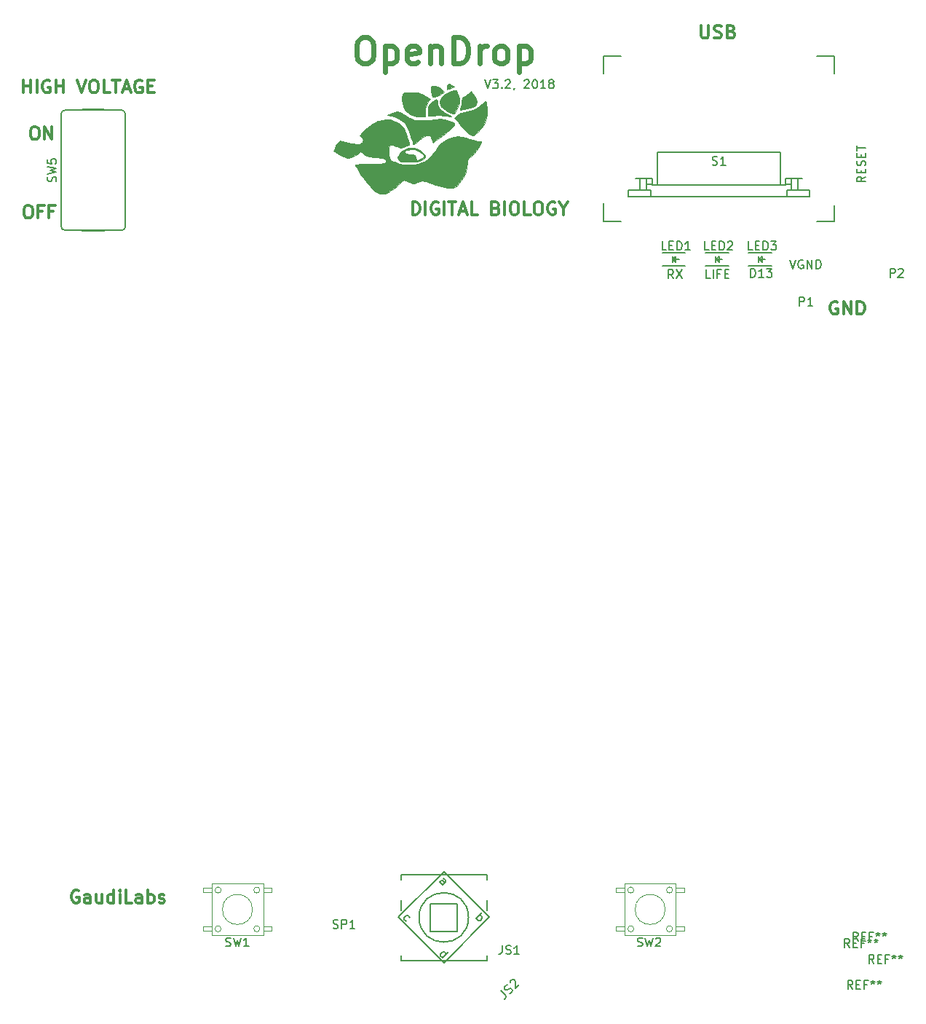
<source format=gbr>
G04 #@! TF.FileFunction,Legend,Top*
%FSLAX46Y46*%
G04 Gerber Fmt 4.6, Leading zero omitted, Abs format (unit mm)*
G04 Created by KiCad (PCBNEW 4.0.7-e2-6376~58~ubuntu16.04.1) date Sat Jul 28 16:41:28 2018*
%MOMM*%
%LPD*%
G01*
G04 APERTURE LIST*
%ADD10C,0.100000*%
%ADD11C,0.150000*%
%ADD12C,0.200000*%
%ADD13C,0.300000*%
%ADD14C,0.600000*%
%ADD15C,0.010000*%
%ADD16C,0.050000*%
%ADD17C,0.152400*%
G04 APERTURE END LIST*
D10*
D11*
X149042381Y-50814381D02*
X148566190Y-51147715D01*
X149042381Y-51385810D02*
X148042381Y-51385810D01*
X148042381Y-51004857D01*
X148090000Y-50909619D01*
X148137619Y-50862000D01*
X148232857Y-50814381D01*
X148375714Y-50814381D01*
X148470952Y-50862000D01*
X148518571Y-50909619D01*
X148566190Y-51004857D01*
X148566190Y-51385810D01*
X148518571Y-50385810D02*
X148518571Y-50052476D01*
X149042381Y-49909619D02*
X149042381Y-50385810D01*
X148042381Y-50385810D01*
X148042381Y-49909619D01*
X148994762Y-49528667D02*
X149042381Y-49385810D01*
X149042381Y-49147714D01*
X148994762Y-49052476D01*
X148947143Y-49004857D01*
X148851905Y-48957238D01*
X148756667Y-48957238D01*
X148661429Y-49004857D01*
X148613810Y-49052476D01*
X148566190Y-49147714D01*
X148518571Y-49338191D01*
X148470952Y-49433429D01*
X148423333Y-49481048D01*
X148328095Y-49528667D01*
X148232857Y-49528667D01*
X148137619Y-49481048D01*
X148090000Y-49433429D01*
X148042381Y-49338191D01*
X148042381Y-49100095D01*
X148090000Y-48957238D01*
X148518571Y-48528667D02*
X148518571Y-48195333D01*
X149042381Y-48052476D02*
X149042381Y-48528667D01*
X148042381Y-48528667D01*
X148042381Y-48052476D01*
X148042381Y-47766762D02*
X148042381Y-47195333D01*
X149042381Y-47481048D02*
X148042381Y-47481048D01*
D12*
X140255857Y-60498381D02*
X140589190Y-61498381D01*
X140922524Y-60498381D01*
X141779667Y-60546000D02*
X141684429Y-60498381D01*
X141541572Y-60498381D01*
X141398714Y-60546000D01*
X141303476Y-60641238D01*
X141255857Y-60736476D01*
X141208238Y-60926952D01*
X141208238Y-61069810D01*
X141255857Y-61260286D01*
X141303476Y-61355524D01*
X141398714Y-61450762D01*
X141541572Y-61498381D01*
X141636810Y-61498381D01*
X141779667Y-61450762D01*
X141827286Y-61403143D01*
X141827286Y-61069810D01*
X141636810Y-61069810D01*
X142255857Y-61498381D02*
X142255857Y-60498381D01*
X142827286Y-61498381D01*
X142827286Y-60498381D01*
X143303476Y-61498381D02*
X143303476Y-60498381D01*
X143541571Y-60498381D01*
X143684429Y-60546000D01*
X143779667Y-60641238D01*
X143827286Y-60736476D01*
X143874905Y-60926952D01*
X143874905Y-61069810D01*
X143827286Y-61260286D01*
X143779667Y-61355524D01*
X143684429Y-61450762D01*
X143541571Y-61498381D01*
X143303476Y-61498381D01*
X135691714Y-62514381D02*
X135691714Y-61514381D01*
X135929809Y-61514381D01*
X136072667Y-61562000D01*
X136167905Y-61657238D01*
X136215524Y-61752476D01*
X136263143Y-61942952D01*
X136263143Y-62085810D01*
X136215524Y-62276286D01*
X136167905Y-62371524D01*
X136072667Y-62466762D01*
X135929809Y-62514381D01*
X135691714Y-62514381D01*
X137215524Y-62514381D02*
X136644095Y-62514381D01*
X136929809Y-62514381D02*
X136929809Y-61514381D01*
X136834571Y-61657238D01*
X136739333Y-61752476D01*
X136644095Y-61800095D01*
X137548857Y-61514381D02*
X138167905Y-61514381D01*
X137834571Y-61895333D01*
X137977429Y-61895333D01*
X138072667Y-61942952D01*
X138120286Y-61990571D01*
X138167905Y-62085810D01*
X138167905Y-62323905D01*
X138120286Y-62419143D01*
X138072667Y-62466762D01*
X137977429Y-62514381D01*
X137691714Y-62514381D01*
X137596476Y-62466762D01*
X137548857Y-62419143D01*
X131016477Y-62641381D02*
X130540286Y-62641381D01*
X130540286Y-61641381D01*
X131349810Y-62641381D02*
X131349810Y-61641381D01*
X132159334Y-62117571D02*
X131826000Y-62117571D01*
X131826000Y-62641381D02*
X131826000Y-61641381D01*
X132302191Y-61641381D01*
X132683143Y-62117571D02*
X133016477Y-62117571D01*
X133159334Y-62641381D02*
X132683143Y-62641381D01*
X132683143Y-61641381D01*
X133159334Y-61641381D01*
D13*
X129933143Y-33214571D02*
X129933143Y-34428857D01*
X130004571Y-34571714D01*
X130076000Y-34643143D01*
X130218857Y-34714571D01*
X130504571Y-34714571D01*
X130647429Y-34643143D01*
X130718857Y-34571714D01*
X130790286Y-34428857D01*
X130790286Y-33214571D01*
X131433143Y-34643143D02*
X131647429Y-34714571D01*
X132004572Y-34714571D01*
X132147429Y-34643143D01*
X132218858Y-34571714D01*
X132290286Y-34428857D01*
X132290286Y-34286000D01*
X132218858Y-34143143D01*
X132147429Y-34071714D01*
X132004572Y-34000286D01*
X131718858Y-33928857D01*
X131576000Y-33857429D01*
X131504572Y-33786000D01*
X131433143Y-33643143D01*
X131433143Y-33500286D01*
X131504572Y-33357429D01*
X131576000Y-33286000D01*
X131718858Y-33214571D01*
X132076000Y-33214571D01*
X132290286Y-33286000D01*
X133433143Y-33928857D02*
X133647429Y-34000286D01*
X133718857Y-34071714D01*
X133790286Y-34214571D01*
X133790286Y-34428857D01*
X133718857Y-34571714D01*
X133647429Y-34643143D01*
X133504571Y-34714571D01*
X132933143Y-34714571D01*
X132933143Y-33214571D01*
X133433143Y-33214571D01*
X133576000Y-33286000D01*
X133647429Y-33357429D01*
X133718857Y-33500286D01*
X133718857Y-33643143D01*
X133647429Y-33786000D01*
X133576000Y-33857429D01*
X133433143Y-33928857D01*
X132933143Y-33928857D01*
X57531571Y-133829000D02*
X57388714Y-133757571D01*
X57174428Y-133757571D01*
X56960143Y-133829000D01*
X56817285Y-133971857D01*
X56745857Y-134114714D01*
X56674428Y-134400429D01*
X56674428Y-134614714D01*
X56745857Y-134900429D01*
X56817285Y-135043286D01*
X56960143Y-135186143D01*
X57174428Y-135257571D01*
X57317285Y-135257571D01*
X57531571Y-135186143D01*
X57603000Y-135114714D01*
X57603000Y-134614714D01*
X57317285Y-134614714D01*
X58888714Y-135257571D02*
X58888714Y-134471857D01*
X58817285Y-134329000D01*
X58674428Y-134257571D01*
X58388714Y-134257571D01*
X58245857Y-134329000D01*
X58888714Y-135186143D02*
X58745857Y-135257571D01*
X58388714Y-135257571D01*
X58245857Y-135186143D01*
X58174428Y-135043286D01*
X58174428Y-134900429D01*
X58245857Y-134757571D01*
X58388714Y-134686143D01*
X58745857Y-134686143D01*
X58888714Y-134614714D01*
X60245857Y-134257571D02*
X60245857Y-135257571D01*
X59603000Y-134257571D02*
X59603000Y-135043286D01*
X59674428Y-135186143D01*
X59817286Y-135257571D01*
X60031571Y-135257571D01*
X60174428Y-135186143D01*
X60245857Y-135114714D01*
X61603000Y-135257571D02*
X61603000Y-133757571D01*
X61603000Y-135186143D02*
X61460143Y-135257571D01*
X61174429Y-135257571D01*
X61031571Y-135186143D01*
X60960143Y-135114714D01*
X60888714Y-134971857D01*
X60888714Y-134543286D01*
X60960143Y-134400429D01*
X61031571Y-134329000D01*
X61174429Y-134257571D01*
X61460143Y-134257571D01*
X61603000Y-134329000D01*
X62317286Y-135257571D02*
X62317286Y-134257571D01*
X62317286Y-133757571D02*
X62245857Y-133829000D01*
X62317286Y-133900429D01*
X62388714Y-133829000D01*
X62317286Y-133757571D01*
X62317286Y-133900429D01*
X63745858Y-135257571D02*
X63031572Y-135257571D01*
X63031572Y-133757571D01*
X64888715Y-135257571D02*
X64888715Y-134471857D01*
X64817286Y-134329000D01*
X64674429Y-134257571D01*
X64388715Y-134257571D01*
X64245858Y-134329000D01*
X64888715Y-135186143D02*
X64745858Y-135257571D01*
X64388715Y-135257571D01*
X64245858Y-135186143D01*
X64174429Y-135043286D01*
X64174429Y-134900429D01*
X64245858Y-134757571D01*
X64388715Y-134686143D01*
X64745858Y-134686143D01*
X64888715Y-134614714D01*
X65603001Y-135257571D02*
X65603001Y-133757571D01*
X65603001Y-134329000D02*
X65745858Y-134257571D01*
X66031572Y-134257571D01*
X66174429Y-134329000D01*
X66245858Y-134400429D01*
X66317287Y-134543286D01*
X66317287Y-134971857D01*
X66245858Y-135114714D01*
X66174429Y-135186143D01*
X66031572Y-135257571D01*
X65745858Y-135257571D01*
X65603001Y-135186143D01*
X66888715Y-135186143D02*
X67031572Y-135257571D01*
X67317287Y-135257571D01*
X67460144Y-135186143D01*
X67531572Y-135043286D01*
X67531572Y-134971857D01*
X67460144Y-134829000D01*
X67317287Y-134757571D01*
X67103001Y-134757571D01*
X66960144Y-134686143D01*
X66888715Y-134543286D01*
X66888715Y-134471857D01*
X66960144Y-134329000D01*
X67103001Y-134257571D01*
X67317287Y-134257571D01*
X67460144Y-134329000D01*
D12*
X104791381Y-39543381D02*
X105124714Y-40543381D01*
X105458048Y-39543381D01*
X105696143Y-39543381D02*
X106315191Y-39543381D01*
X105981857Y-39924333D01*
X106124715Y-39924333D01*
X106219953Y-39971952D01*
X106267572Y-40019571D01*
X106315191Y-40114810D01*
X106315191Y-40352905D01*
X106267572Y-40448143D01*
X106219953Y-40495762D01*
X106124715Y-40543381D01*
X105839000Y-40543381D01*
X105743762Y-40495762D01*
X105696143Y-40448143D01*
X106743762Y-40448143D02*
X106791381Y-40495762D01*
X106743762Y-40543381D01*
X106696143Y-40495762D01*
X106743762Y-40448143D01*
X106743762Y-40543381D01*
X107172333Y-39638619D02*
X107219952Y-39591000D01*
X107315190Y-39543381D01*
X107553286Y-39543381D01*
X107648524Y-39591000D01*
X107696143Y-39638619D01*
X107743762Y-39733857D01*
X107743762Y-39829095D01*
X107696143Y-39971952D01*
X107124714Y-40543381D01*
X107743762Y-40543381D01*
X108219952Y-40495762D02*
X108219952Y-40543381D01*
X108172333Y-40638619D01*
X108124714Y-40686238D01*
X109362809Y-39638619D02*
X109410428Y-39591000D01*
X109505666Y-39543381D01*
X109743762Y-39543381D01*
X109839000Y-39591000D01*
X109886619Y-39638619D01*
X109934238Y-39733857D01*
X109934238Y-39829095D01*
X109886619Y-39971952D01*
X109315190Y-40543381D01*
X109934238Y-40543381D01*
X110553285Y-39543381D02*
X110648524Y-39543381D01*
X110743762Y-39591000D01*
X110791381Y-39638619D01*
X110839000Y-39733857D01*
X110886619Y-39924333D01*
X110886619Y-40162429D01*
X110839000Y-40352905D01*
X110791381Y-40448143D01*
X110743762Y-40495762D01*
X110648524Y-40543381D01*
X110553285Y-40543381D01*
X110458047Y-40495762D01*
X110410428Y-40448143D01*
X110362809Y-40352905D01*
X110315190Y-40162429D01*
X110315190Y-39924333D01*
X110362809Y-39733857D01*
X110410428Y-39638619D01*
X110458047Y-39591000D01*
X110553285Y-39543381D01*
X111839000Y-40543381D02*
X111267571Y-40543381D01*
X111553285Y-40543381D02*
X111553285Y-39543381D01*
X111458047Y-39686238D01*
X111362809Y-39781476D01*
X111267571Y-39829095D01*
X112410428Y-39971952D02*
X112315190Y-39924333D01*
X112267571Y-39876714D01*
X112219952Y-39781476D01*
X112219952Y-39733857D01*
X112267571Y-39638619D01*
X112315190Y-39591000D01*
X112410428Y-39543381D01*
X112600905Y-39543381D01*
X112696143Y-39591000D01*
X112743762Y-39638619D01*
X112791381Y-39733857D01*
X112791381Y-39781476D01*
X112743762Y-39876714D01*
X112696143Y-39924333D01*
X112600905Y-39971952D01*
X112410428Y-39971952D01*
X112315190Y-40019571D01*
X112267571Y-40067190D01*
X112219952Y-40162429D01*
X112219952Y-40352905D01*
X112267571Y-40448143D01*
X112315190Y-40495762D01*
X112410428Y-40543381D01*
X112600905Y-40543381D01*
X112696143Y-40495762D01*
X112743762Y-40448143D01*
X112791381Y-40352905D01*
X112791381Y-40162429D01*
X112743762Y-40067190D01*
X112696143Y-40019571D01*
X112600905Y-39971952D01*
D13*
X145796143Y-65376000D02*
X145653286Y-65304571D01*
X145439000Y-65304571D01*
X145224715Y-65376000D01*
X145081857Y-65518857D01*
X145010429Y-65661714D01*
X144939000Y-65947429D01*
X144939000Y-66161714D01*
X145010429Y-66447429D01*
X145081857Y-66590286D01*
X145224715Y-66733143D01*
X145439000Y-66804571D01*
X145581857Y-66804571D01*
X145796143Y-66733143D01*
X145867572Y-66661714D01*
X145867572Y-66161714D01*
X145581857Y-66161714D01*
X146510429Y-66804571D02*
X146510429Y-65304571D01*
X147367572Y-66804571D01*
X147367572Y-65304571D01*
X148081858Y-66804571D02*
X148081858Y-65304571D01*
X148439001Y-65304571D01*
X148653286Y-65376000D01*
X148796144Y-65518857D01*
X148867572Y-65661714D01*
X148939001Y-65947429D01*
X148939001Y-66161714D01*
X148867572Y-66447429D01*
X148796144Y-66590286D01*
X148653286Y-66733143D01*
X148439001Y-66804571D01*
X148081858Y-66804571D01*
D12*
X126706334Y-62641381D02*
X126373000Y-62165190D01*
X126134905Y-62641381D02*
X126134905Y-61641381D01*
X126515858Y-61641381D01*
X126611096Y-61689000D01*
X126658715Y-61736619D01*
X126706334Y-61831857D01*
X126706334Y-61974714D01*
X126658715Y-62069952D01*
X126611096Y-62117571D01*
X126515858Y-62165190D01*
X126134905Y-62165190D01*
X127039667Y-61641381D02*
X127706334Y-62641381D01*
X127706334Y-61641381D02*
X127039667Y-62641381D01*
D13*
X51530429Y-54128571D02*
X51816143Y-54128571D01*
X51959001Y-54200000D01*
X52101858Y-54342857D01*
X52173286Y-54628571D01*
X52173286Y-55128571D01*
X52101858Y-55414286D01*
X51959001Y-55557143D01*
X51816143Y-55628571D01*
X51530429Y-55628571D01*
X51387572Y-55557143D01*
X51244715Y-55414286D01*
X51173286Y-55128571D01*
X51173286Y-54628571D01*
X51244715Y-54342857D01*
X51387572Y-54200000D01*
X51530429Y-54128571D01*
X53316144Y-54842857D02*
X52816144Y-54842857D01*
X52816144Y-55628571D02*
X52816144Y-54128571D01*
X53530430Y-54128571D01*
X54601858Y-54842857D02*
X54101858Y-54842857D01*
X54101858Y-55628571D02*
X54101858Y-54128571D01*
X54816144Y-54128571D01*
X52284428Y-44984571D02*
X52570142Y-44984571D01*
X52713000Y-45056000D01*
X52855857Y-45198857D01*
X52927285Y-45484571D01*
X52927285Y-45984571D01*
X52855857Y-46270286D01*
X52713000Y-46413143D01*
X52570142Y-46484571D01*
X52284428Y-46484571D01*
X52141571Y-46413143D01*
X51998714Y-46270286D01*
X51927285Y-45984571D01*
X51927285Y-45484571D01*
X51998714Y-45198857D01*
X52141571Y-45056000D01*
X52284428Y-44984571D01*
X53570143Y-46484571D02*
X53570143Y-44984571D01*
X54427286Y-46484571D01*
X54427286Y-44984571D01*
X51102571Y-41064571D02*
X51102571Y-39564571D01*
X51102571Y-40278857D02*
X51959714Y-40278857D01*
X51959714Y-41064571D02*
X51959714Y-39564571D01*
X52674000Y-41064571D02*
X52674000Y-39564571D01*
X54174000Y-39636000D02*
X54031143Y-39564571D01*
X53816857Y-39564571D01*
X53602572Y-39636000D01*
X53459714Y-39778857D01*
X53388286Y-39921714D01*
X53316857Y-40207429D01*
X53316857Y-40421714D01*
X53388286Y-40707429D01*
X53459714Y-40850286D01*
X53602572Y-40993143D01*
X53816857Y-41064571D01*
X53959714Y-41064571D01*
X54174000Y-40993143D01*
X54245429Y-40921714D01*
X54245429Y-40421714D01*
X53959714Y-40421714D01*
X54888286Y-41064571D02*
X54888286Y-39564571D01*
X54888286Y-40278857D02*
X55745429Y-40278857D01*
X55745429Y-41064571D02*
X55745429Y-39564571D01*
X57388286Y-39564571D02*
X57888286Y-41064571D01*
X58388286Y-39564571D01*
X59174000Y-39564571D02*
X59459714Y-39564571D01*
X59602572Y-39636000D01*
X59745429Y-39778857D01*
X59816857Y-40064571D01*
X59816857Y-40564571D01*
X59745429Y-40850286D01*
X59602572Y-40993143D01*
X59459714Y-41064571D01*
X59174000Y-41064571D01*
X59031143Y-40993143D01*
X58888286Y-40850286D01*
X58816857Y-40564571D01*
X58816857Y-40064571D01*
X58888286Y-39778857D01*
X59031143Y-39636000D01*
X59174000Y-39564571D01*
X61174001Y-41064571D02*
X60459715Y-41064571D01*
X60459715Y-39564571D01*
X61459715Y-39564571D02*
X62316858Y-39564571D01*
X61888287Y-41064571D02*
X61888287Y-39564571D01*
X62745429Y-40636000D02*
X63459715Y-40636000D01*
X62602572Y-41064571D02*
X63102572Y-39564571D01*
X63602572Y-41064571D01*
X64888286Y-39636000D02*
X64745429Y-39564571D01*
X64531143Y-39564571D01*
X64316858Y-39636000D01*
X64174000Y-39778857D01*
X64102572Y-39921714D01*
X64031143Y-40207429D01*
X64031143Y-40421714D01*
X64102572Y-40707429D01*
X64174000Y-40850286D01*
X64316858Y-40993143D01*
X64531143Y-41064571D01*
X64674000Y-41064571D01*
X64888286Y-40993143D01*
X64959715Y-40921714D01*
X64959715Y-40421714D01*
X64674000Y-40421714D01*
X65602572Y-40278857D02*
X66102572Y-40278857D01*
X66316858Y-41064571D02*
X65602572Y-41064571D01*
X65602572Y-39564571D01*
X66316858Y-39564571D01*
D14*
X90571428Y-34638143D02*
X91142857Y-34638143D01*
X91428571Y-34781000D01*
X91714285Y-35066714D01*
X91857143Y-35638143D01*
X91857143Y-36638143D01*
X91714285Y-37209571D01*
X91428571Y-37495286D01*
X91142857Y-37638143D01*
X90571428Y-37638143D01*
X90285714Y-37495286D01*
X90000000Y-37209571D01*
X89857143Y-36638143D01*
X89857143Y-35638143D01*
X90000000Y-35066714D01*
X90285714Y-34781000D01*
X90571428Y-34638143D01*
X93142857Y-35638143D02*
X93142857Y-38638143D01*
X93142857Y-35781000D02*
X93428571Y-35638143D01*
X94000000Y-35638143D01*
X94285714Y-35781000D01*
X94428571Y-35923857D01*
X94571428Y-36209571D01*
X94571428Y-37066714D01*
X94428571Y-37352429D01*
X94285714Y-37495286D01*
X94000000Y-37638143D01*
X93428571Y-37638143D01*
X93142857Y-37495286D01*
X97000000Y-37495286D02*
X96714286Y-37638143D01*
X96142857Y-37638143D01*
X95857143Y-37495286D01*
X95714286Y-37209571D01*
X95714286Y-36066714D01*
X95857143Y-35781000D01*
X96142857Y-35638143D01*
X96714286Y-35638143D01*
X97000000Y-35781000D01*
X97142857Y-36066714D01*
X97142857Y-36352429D01*
X95714286Y-36638143D01*
X98428572Y-35638143D02*
X98428572Y-37638143D01*
X98428572Y-35923857D02*
X98571429Y-35781000D01*
X98857143Y-35638143D01*
X99285715Y-35638143D01*
X99571429Y-35781000D01*
X99714286Y-36066714D01*
X99714286Y-37638143D01*
X101142858Y-37638143D02*
X101142858Y-34638143D01*
X101857143Y-34638143D01*
X102285715Y-34781000D01*
X102571429Y-35066714D01*
X102714286Y-35352429D01*
X102857143Y-35923857D01*
X102857143Y-36352429D01*
X102714286Y-36923857D01*
X102571429Y-37209571D01*
X102285715Y-37495286D01*
X101857143Y-37638143D01*
X101142858Y-37638143D01*
X104142858Y-37638143D02*
X104142858Y-35638143D01*
X104142858Y-36209571D02*
X104285715Y-35923857D01*
X104428572Y-35781000D01*
X104714286Y-35638143D01*
X105000001Y-35638143D01*
X106428572Y-37638143D02*
X106142858Y-37495286D01*
X106000001Y-37352429D01*
X105857144Y-37066714D01*
X105857144Y-36209571D01*
X106000001Y-35923857D01*
X106142858Y-35781000D01*
X106428572Y-35638143D01*
X106857144Y-35638143D01*
X107142858Y-35781000D01*
X107285715Y-35923857D01*
X107428572Y-36209571D01*
X107428572Y-37066714D01*
X107285715Y-37352429D01*
X107142858Y-37495286D01*
X106857144Y-37638143D01*
X106428572Y-37638143D01*
X108714287Y-35638143D02*
X108714287Y-38638143D01*
X108714287Y-35781000D02*
X109000001Y-35638143D01*
X109571430Y-35638143D01*
X109857144Y-35781000D01*
X110000001Y-35923857D01*
X110142858Y-36209571D01*
X110142858Y-37066714D01*
X110000001Y-37352429D01*
X109857144Y-37495286D01*
X109571430Y-37638143D01*
X109000001Y-37638143D01*
X108714287Y-37495286D01*
D13*
X96354428Y-55247571D02*
X96354428Y-53747571D01*
X96711571Y-53747571D01*
X96925856Y-53819000D01*
X97068714Y-53961857D01*
X97140142Y-54104714D01*
X97211571Y-54390429D01*
X97211571Y-54604714D01*
X97140142Y-54890429D01*
X97068714Y-55033286D01*
X96925856Y-55176143D01*
X96711571Y-55247571D01*
X96354428Y-55247571D01*
X97854428Y-55247571D02*
X97854428Y-53747571D01*
X99354428Y-53819000D02*
X99211571Y-53747571D01*
X98997285Y-53747571D01*
X98783000Y-53819000D01*
X98640142Y-53961857D01*
X98568714Y-54104714D01*
X98497285Y-54390429D01*
X98497285Y-54604714D01*
X98568714Y-54890429D01*
X98640142Y-55033286D01*
X98783000Y-55176143D01*
X98997285Y-55247571D01*
X99140142Y-55247571D01*
X99354428Y-55176143D01*
X99425857Y-55104714D01*
X99425857Y-54604714D01*
X99140142Y-54604714D01*
X100068714Y-55247571D02*
X100068714Y-53747571D01*
X100568714Y-53747571D02*
X101425857Y-53747571D01*
X100997286Y-55247571D02*
X100997286Y-53747571D01*
X101854428Y-54819000D02*
X102568714Y-54819000D01*
X101711571Y-55247571D02*
X102211571Y-53747571D01*
X102711571Y-55247571D01*
X103925857Y-55247571D02*
X103211571Y-55247571D01*
X103211571Y-53747571D01*
X106068714Y-54461857D02*
X106283000Y-54533286D01*
X106354428Y-54604714D01*
X106425857Y-54747571D01*
X106425857Y-54961857D01*
X106354428Y-55104714D01*
X106283000Y-55176143D01*
X106140142Y-55247571D01*
X105568714Y-55247571D01*
X105568714Y-53747571D01*
X106068714Y-53747571D01*
X106211571Y-53819000D01*
X106283000Y-53890429D01*
X106354428Y-54033286D01*
X106354428Y-54176143D01*
X106283000Y-54319000D01*
X106211571Y-54390429D01*
X106068714Y-54461857D01*
X105568714Y-54461857D01*
X107068714Y-55247571D02*
X107068714Y-53747571D01*
X108068714Y-53747571D02*
X108354428Y-53747571D01*
X108497286Y-53819000D01*
X108640143Y-53961857D01*
X108711571Y-54247571D01*
X108711571Y-54747571D01*
X108640143Y-55033286D01*
X108497286Y-55176143D01*
X108354428Y-55247571D01*
X108068714Y-55247571D01*
X107925857Y-55176143D01*
X107783000Y-55033286D01*
X107711571Y-54747571D01*
X107711571Y-54247571D01*
X107783000Y-53961857D01*
X107925857Y-53819000D01*
X108068714Y-53747571D01*
X110068715Y-55247571D02*
X109354429Y-55247571D01*
X109354429Y-53747571D01*
X110854429Y-53747571D02*
X111140143Y-53747571D01*
X111283001Y-53819000D01*
X111425858Y-53961857D01*
X111497286Y-54247571D01*
X111497286Y-54747571D01*
X111425858Y-55033286D01*
X111283001Y-55176143D01*
X111140143Y-55247571D01*
X110854429Y-55247571D01*
X110711572Y-55176143D01*
X110568715Y-55033286D01*
X110497286Y-54747571D01*
X110497286Y-54247571D01*
X110568715Y-53961857D01*
X110711572Y-53819000D01*
X110854429Y-53747571D01*
X112925858Y-53819000D02*
X112783001Y-53747571D01*
X112568715Y-53747571D01*
X112354430Y-53819000D01*
X112211572Y-53961857D01*
X112140144Y-54104714D01*
X112068715Y-54390429D01*
X112068715Y-54604714D01*
X112140144Y-54890429D01*
X112211572Y-55033286D01*
X112354430Y-55176143D01*
X112568715Y-55247571D01*
X112711572Y-55247571D01*
X112925858Y-55176143D01*
X112997287Y-55104714D01*
X112997287Y-54604714D01*
X112711572Y-54604714D01*
X113925858Y-54533286D02*
X113925858Y-55247571D01*
X113425858Y-53747571D02*
X113925858Y-54533286D01*
X114425858Y-53747571D01*
D15*
G36*
X100639585Y-40006138D02*
X100788163Y-40086581D01*
X100923026Y-40175785D01*
X101223906Y-40389703D01*
X100820101Y-40526101D01*
X100609382Y-40595253D01*
X100448386Y-40644331D01*
X100373148Y-40662500D01*
X100342111Y-40607636D01*
X100330936Y-40487875D01*
X100359982Y-40301548D01*
X100430541Y-40123704D01*
X100520543Y-40003893D01*
X100555448Y-39983823D01*
X100639585Y-40006138D01*
X100639585Y-40006138D01*
G37*
X100639585Y-40006138D02*
X100788163Y-40086581D01*
X100923026Y-40175785D01*
X101223906Y-40389703D01*
X100820101Y-40526101D01*
X100609382Y-40595253D01*
X100448386Y-40644331D01*
X100373148Y-40662500D01*
X100342111Y-40607636D01*
X100330936Y-40487875D01*
X100359982Y-40301548D01*
X100430541Y-40123704D01*
X100520543Y-40003893D01*
X100555448Y-39983823D01*
X100639585Y-40006138D01*
G36*
X98821389Y-40257366D02*
X99036131Y-40307818D01*
X99260880Y-40375955D01*
X99459304Y-40452887D01*
X99504500Y-40474441D01*
X99698810Y-40596271D01*
X99870018Y-40740370D01*
X99879730Y-40750544D01*
X100032710Y-40914448D01*
X99725997Y-41185349D01*
X99462143Y-41383071D01*
X99221889Y-41482459D01*
X99160266Y-41494134D01*
X98968617Y-41529388D01*
X98819104Y-41569155D01*
X98796486Y-41577862D01*
X98717479Y-41580423D01*
X98652708Y-41492440D01*
X98610167Y-41381227D01*
X98572210Y-41212582D01*
X98544851Y-40985891D01*
X98529496Y-40738375D01*
X98527552Y-40507255D01*
X98540424Y-40329751D01*
X98567248Y-40245084D01*
X98652984Y-40233491D01*
X98821389Y-40257366D01*
X98821389Y-40257366D01*
G37*
X98821389Y-40257366D02*
X99036131Y-40307818D01*
X99260880Y-40375955D01*
X99459304Y-40452887D01*
X99504500Y-40474441D01*
X99698810Y-40596271D01*
X99870018Y-40740370D01*
X99879730Y-40750544D01*
X100032710Y-40914448D01*
X99725997Y-41185349D01*
X99462143Y-41383071D01*
X99221889Y-41482459D01*
X99160266Y-41494134D01*
X98968617Y-41529388D01*
X98819104Y-41569155D01*
X98796486Y-41577862D01*
X98717479Y-41580423D01*
X98652708Y-41492440D01*
X98610167Y-41381227D01*
X98572210Y-41212582D01*
X98544851Y-40985891D01*
X98529496Y-40738375D01*
X98527552Y-40507255D01*
X98540424Y-40329751D01*
X98567248Y-40245084D01*
X98652984Y-40233491D01*
X98821389Y-40257366D01*
G36*
X103359911Y-41139358D02*
X103618027Y-41477048D01*
X103766620Y-41778423D01*
X103810975Y-42061468D01*
X103756377Y-42344168D01*
X103732252Y-42406572D01*
X103649368Y-42553144D01*
X103525896Y-42666189D01*
X103340696Y-42755686D01*
X103072627Y-42831617D01*
X102700550Y-42903965D01*
X102666567Y-42909743D01*
X102390282Y-42958674D01*
X102153353Y-43004854D01*
X101989264Y-43041549D01*
X101941168Y-43055637D01*
X101865486Y-43067627D01*
X101874335Y-42995543D01*
X101882358Y-42975399D01*
X102037641Y-42498286D01*
X102105722Y-42044920D01*
X102108000Y-41955010D01*
X102113164Y-41756238D01*
X102142521Y-41643529D01*
X102216860Y-41575990D01*
X102326415Y-41525444D01*
X102493276Y-41431479D01*
X102696902Y-41283758D01*
X102842203Y-41160076D01*
X103139576Y-40885967D01*
X103359911Y-41139358D01*
X103359911Y-41139358D01*
G37*
X103359911Y-41139358D02*
X103618027Y-41477048D01*
X103766620Y-41778423D01*
X103810975Y-42061468D01*
X103756377Y-42344168D01*
X103732252Y-42406572D01*
X103649368Y-42553144D01*
X103525896Y-42666189D01*
X103340696Y-42755686D01*
X103072627Y-42831617D01*
X102700550Y-42903965D01*
X102666567Y-42909743D01*
X102390282Y-42958674D01*
X102153353Y-43004854D01*
X101989264Y-43041549D01*
X101941168Y-43055637D01*
X101865486Y-43067627D01*
X101874335Y-42995543D01*
X101882358Y-42975399D01*
X102037641Y-42498286D01*
X102105722Y-42044920D01*
X102108000Y-41955010D01*
X102113164Y-41756238D01*
X102142521Y-41643529D01*
X102216860Y-41575990D01*
X102326415Y-41525444D01*
X102493276Y-41431479D01*
X102696902Y-41283758D01*
X102842203Y-41160076D01*
X103139576Y-40885967D01*
X103359911Y-41139358D01*
G36*
X101437067Y-40757035D02*
X101504143Y-40844775D01*
X101585322Y-41023455D01*
X101586817Y-41026930D01*
X101740238Y-41447729D01*
X101808471Y-41811992D01*
X101796969Y-42152142D01*
X101786596Y-42214698D01*
X101730431Y-42424952D01*
X101638502Y-42673579D01*
X101524820Y-42932007D01*
X101403395Y-43171666D01*
X101288238Y-43363985D01*
X101193361Y-43480394D01*
X101155500Y-43501632D01*
X101039977Y-43487227D01*
X100866701Y-43434989D01*
X100806250Y-43411800D01*
X100525236Y-43274961D01*
X100227690Y-43093706D01*
X99956072Y-42896684D01*
X99752843Y-42712545D01*
X99727767Y-42684128D01*
X99600373Y-42440970D01*
X99565647Y-42151002D01*
X99624816Y-41855547D01*
X99698685Y-41704287D01*
X99901748Y-41460444D01*
X100192519Y-41219444D01*
X100533441Y-41005039D01*
X100886953Y-40840980D01*
X101203169Y-40752916D01*
X101348580Y-40734870D01*
X101437067Y-40757035D01*
X101437067Y-40757035D01*
G37*
X101437067Y-40757035D02*
X101504143Y-40844775D01*
X101585322Y-41023455D01*
X101586817Y-41026930D01*
X101740238Y-41447729D01*
X101808471Y-41811992D01*
X101796969Y-42152142D01*
X101786596Y-42214698D01*
X101730431Y-42424952D01*
X101638502Y-42673579D01*
X101524820Y-42932007D01*
X101403395Y-43171666D01*
X101288238Y-43363985D01*
X101193361Y-43480394D01*
X101155500Y-43501632D01*
X101039977Y-43487227D01*
X100866701Y-43434989D01*
X100806250Y-43411800D01*
X100525236Y-43274961D01*
X100227690Y-43093706D01*
X99956072Y-42896684D01*
X99752843Y-42712545D01*
X99727767Y-42684128D01*
X99600373Y-42440970D01*
X99565647Y-42151002D01*
X99624816Y-41855547D01*
X99698685Y-41704287D01*
X99901748Y-41460444D01*
X100192519Y-41219444D01*
X100533441Y-41005039D01*
X100886953Y-40840980D01*
X101203169Y-40752916D01*
X101348580Y-40734870D01*
X101437067Y-40757035D01*
G36*
X99212427Y-41847023D02*
X99245272Y-41972603D01*
X99250500Y-42125529D01*
X99294907Y-42477074D01*
X99433717Y-42788999D01*
X99675316Y-43071404D01*
X100028088Y-43334388D01*
X100441125Y-43559699D01*
X100709297Y-43694580D01*
X100860230Y-43783474D01*
X100894349Y-43828190D01*
X100812077Y-43830538D01*
X100613839Y-43792325D01*
X100488750Y-43762827D01*
X100266543Y-43727883D01*
X99954865Y-43703960D01*
X99590818Y-43691685D01*
X99211506Y-43691685D01*
X98854031Y-43704590D01*
X98561613Y-43730236D01*
X98158477Y-43781723D01*
X98180613Y-43179115D01*
X98203221Y-42831614D01*
X98252515Y-42577336D01*
X98345363Y-42382884D01*
X98498632Y-42214859D01*
X98729189Y-42039867D01*
X98770121Y-42011875D01*
X98992359Y-41870801D01*
X99133959Y-41814470D01*
X99212427Y-41847023D01*
X99212427Y-41847023D01*
G37*
X99212427Y-41847023D02*
X99245272Y-41972603D01*
X99250500Y-42125529D01*
X99294907Y-42477074D01*
X99433717Y-42788999D01*
X99675316Y-43071404D01*
X100028088Y-43334388D01*
X100441125Y-43559699D01*
X100709297Y-43694580D01*
X100860230Y-43783474D01*
X100894349Y-43828190D01*
X100812077Y-43830538D01*
X100613839Y-43792325D01*
X100488750Y-43762827D01*
X100266543Y-43727883D01*
X99954865Y-43703960D01*
X99590818Y-43691685D01*
X99211506Y-43691685D01*
X98854031Y-43704590D01*
X98561613Y-43730236D01*
X98158477Y-43781723D01*
X98180613Y-43179115D01*
X98203221Y-42831614D01*
X98252515Y-42577336D01*
X98345363Y-42382884D01*
X98498632Y-42214859D01*
X98729189Y-42039867D01*
X98770121Y-42011875D01*
X98992359Y-41870801D01*
X99133959Y-41814470D01*
X99212427Y-41847023D01*
G36*
X96430152Y-40996634D02*
X96750822Y-41014199D01*
X96989213Y-41043668D01*
X97190021Y-41094484D01*
X97397941Y-41176091D01*
X97499948Y-41222665D01*
X97755634Y-41353779D01*
X98002963Y-41499471D01*
X98177397Y-41620066D01*
X98425453Y-41816531D01*
X98205112Y-42073950D01*
X97962293Y-42445561D01*
X97828083Y-42870776D01*
X97799193Y-43360376D01*
X97801084Y-43398306D01*
X97825901Y-43837500D01*
X97347575Y-43831121D01*
X97074489Y-43820227D01*
X96817163Y-43797777D01*
X96631024Y-43768616D01*
X96630138Y-43768408D01*
X96222644Y-43622313D01*
X95857214Y-43395991D01*
X95558154Y-43110232D01*
X95349768Y-42785828D01*
X95288623Y-42620846D01*
X95202410Y-42239373D01*
X95154804Y-41864662D01*
X95149609Y-41537877D01*
X95172440Y-41363167D01*
X95221326Y-41219485D01*
X95310818Y-41132361D01*
X95481055Y-41065010D01*
X95506159Y-41057312D01*
X95793030Y-41006413D01*
X96196267Y-40991160D01*
X96430152Y-40996634D01*
X96430152Y-40996634D01*
G37*
X96430152Y-40996634D02*
X96750822Y-41014199D01*
X96989213Y-41043668D01*
X97190021Y-41094484D01*
X97397941Y-41176091D01*
X97499948Y-41222665D01*
X97755634Y-41353779D01*
X98002963Y-41499471D01*
X98177397Y-41620066D01*
X98425453Y-41816531D01*
X98205112Y-42073950D01*
X97962293Y-42445561D01*
X97828083Y-42870776D01*
X97799193Y-43360376D01*
X97801084Y-43398306D01*
X97825901Y-43837500D01*
X97347575Y-43831121D01*
X97074489Y-43820227D01*
X96817163Y-43797777D01*
X96631024Y-43768616D01*
X96630138Y-43768408D01*
X96222644Y-43622313D01*
X95857214Y-43395991D01*
X95558154Y-43110232D01*
X95349768Y-42785828D01*
X95288623Y-42620846D01*
X95202410Y-42239373D01*
X95154804Y-41864662D01*
X95149609Y-41537877D01*
X95172440Y-41363167D01*
X95221326Y-41219485D01*
X95310818Y-41132361D01*
X95481055Y-41065010D01*
X95506159Y-41057312D01*
X95793030Y-41006413D01*
X96196267Y-40991160D01*
X96430152Y-40996634D01*
G36*
X104859450Y-42059278D02*
X104899488Y-42114306D01*
X104911141Y-42135164D01*
X104948631Y-42261981D01*
X104982147Y-42482923D01*
X105007419Y-42765117D01*
X105016788Y-42948500D01*
X105008754Y-43527172D01*
X104933519Y-44031179D01*
X104783843Y-44497810D01*
X104666319Y-44753716D01*
X104564072Y-44915862D01*
X104405777Y-45121150D01*
X104211760Y-45348047D01*
X104002348Y-45575019D01*
X103797868Y-45780531D01*
X103618646Y-45943049D01*
X103485010Y-46041040D01*
X103433321Y-46059949D01*
X103327496Y-46033194D01*
X103159656Y-45965526D01*
X103073295Y-45924790D01*
X102840756Y-45775138D01*
X102567510Y-45545177D01*
X102280886Y-45261841D01*
X102008208Y-44952060D01*
X101785446Y-44655558D01*
X101629767Y-44439993D01*
X101473067Y-44244936D01*
X101360198Y-44123541D01*
X101187250Y-43963052D01*
X101377750Y-43804101D01*
X101702301Y-43562198D01*
X102019961Y-43396723D01*
X102379395Y-43286395D01*
X102693065Y-43228905D01*
X103187583Y-43127267D01*
X103604363Y-42972204D01*
X103985475Y-42743173D01*
X104372989Y-42419629D01*
X104397592Y-42396546D01*
X104599678Y-42207568D01*
X104730228Y-42095382D01*
X104809924Y-42049461D01*
X104859450Y-42059278D01*
X104859450Y-42059278D01*
G37*
X104859450Y-42059278D02*
X104899488Y-42114306D01*
X104911141Y-42135164D01*
X104948631Y-42261981D01*
X104982147Y-42482923D01*
X105007419Y-42765117D01*
X105016788Y-42948500D01*
X105008754Y-43527172D01*
X104933519Y-44031179D01*
X104783843Y-44497810D01*
X104666319Y-44753716D01*
X104564072Y-44915862D01*
X104405777Y-45121150D01*
X104211760Y-45348047D01*
X104002348Y-45575019D01*
X103797868Y-45780531D01*
X103618646Y-45943049D01*
X103485010Y-46041040D01*
X103433321Y-46059949D01*
X103327496Y-46033194D01*
X103159656Y-45965526D01*
X103073295Y-45924790D01*
X102840756Y-45775138D01*
X102567510Y-45545177D01*
X102280886Y-45261841D01*
X102008208Y-44952060D01*
X101785446Y-44655558D01*
X101629767Y-44439993D01*
X101473067Y-44244936D01*
X101360198Y-44123541D01*
X101187250Y-43963052D01*
X101377750Y-43804101D01*
X101702301Y-43562198D01*
X102019961Y-43396723D01*
X102379395Y-43286395D01*
X102693065Y-43228905D01*
X103187583Y-43127267D01*
X103604363Y-42972204D01*
X103985475Y-42743173D01*
X104372989Y-42419629D01*
X104397592Y-42396546D01*
X104599678Y-42207568D01*
X104730228Y-42095382D01*
X104809924Y-42049461D01*
X104859450Y-42059278D01*
G36*
X94890765Y-43282199D02*
X95161085Y-43413690D01*
X95209067Y-43447897D01*
X95617142Y-43742860D01*
X95961254Y-43961998D01*
X96271354Y-44114983D01*
X96577389Y-44211488D01*
X96909309Y-44261185D01*
X97297062Y-44273747D01*
X97726500Y-44260928D01*
X98097474Y-44239992D01*
X98484713Y-44211824D01*
X98836858Y-44180470D01*
X99056062Y-44156161D01*
X99573687Y-44119907D01*
X100061854Y-44152889D01*
X100072062Y-44154284D01*
X100359774Y-44210903D01*
X100650847Y-44296577D01*
X100915401Y-44399250D01*
X101123559Y-44506865D01*
X101245441Y-44607367D01*
X101260532Y-44633843D01*
X101241898Y-44760160D01*
X101113444Y-44948619D01*
X100875730Y-45198556D01*
X100529319Y-45509305D01*
X100497208Y-45536535D01*
X100188068Y-45792515D01*
X99872494Y-46044633D01*
X99566505Y-46281077D01*
X99286117Y-46490038D01*
X99047349Y-46659706D01*
X98866218Y-46778270D01*
X98758743Y-46833920D01*
X98737329Y-46834132D01*
X98699261Y-46751026D01*
X98645527Y-46591402D01*
X98619941Y-46504500D01*
X98508440Y-46216581D01*
X98368323Y-46048751D01*
X98203050Y-45996500D01*
X98014185Y-46037375D01*
X97761090Y-46149133D01*
X97471883Y-46315476D01*
X97174680Y-46520104D01*
X96897599Y-46746716D01*
X96877675Y-46764820D01*
X96659021Y-46954080D01*
X96509664Y-47058759D01*
X96436473Y-47074227D01*
X96431401Y-47065638D01*
X96404207Y-46968548D01*
X96353459Y-46782559D01*
X96288360Y-46541475D01*
X96261385Y-46441000D01*
X96088642Y-45852478D01*
X95912375Y-45374008D01*
X95723531Y-44988765D01*
X95513057Y-44679922D01*
X95271902Y-44430651D01*
X95112398Y-44305305D01*
X94812988Y-44107069D01*
X94538553Y-43967235D01*
X94236510Y-43863050D01*
X93903467Y-43782219D01*
X93393799Y-43672576D01*
X93850735Y-43461961D01*
X94254777Y-43306135D01*
X94595058Y-43246281D01*
X94890765Y-43282199D01*
X94890765Y-43282199D01*
G37*
X94890765Y-43282199D02*
X95161085Y-43413690D01*
X95209067Y-43447897D01*
X95617142Y-43742860D01*
X95961254Y-43961998D01*
X96271354Y-44114983D01*
X96577389Y-44211488D01*
X96909309Y-44261185D01*
X97297062Y-44273747D01*
X97726500Y-44260928D01*
X98097474Y-44239992D01*
X98484713Y-44211824D01*
X98836858Y-44180470D01*
X99056062Y-44156161D01*
X99573687Y-44119907D01*
X100061854Y-44152889D01*
X100072062Y-44154284D01*
X100359774Y-44210903D01*
X100650847Y-44296577D01*
X100915401Y-44399250D01*
X101123559Y-44506865D01*
X101245441Y-44607367D01*
X101260532Y-44633843D01*
X101241898Y-44760160D01*
X101113444Y-44948619D01*
X100875730Y-45198556D01*
X100529319Y-45509305D01*
X100497208Y-45536535D01*
X100188068Y-45792515D01*
X99872494Y-46044633D01*
X99566505Y-46281077D01*
X99286117Y-46490038D01*
X99047349Y-46659706D01*
X98866218Y-46778270D01*
X98758743Y-46833920D01*
X98737329Y-46834132D01*
X98699261Y-46751026D01*
X98645527Y-46591402D01*
X98619941Y-46504500D01*
X98508440Y-46216581D01*
X98368323Y-46048751D01*
X98203050Y-45996500D01*
X98014185Y-46037375D01*
X97761090Y-46149133D01*
X97471883Y-46315476D01*
X97174680Y-46520104D01*
X96897599Y-46746716D01*
X96877675Y-46764820D01*
X96659021Y-46954080D01*
X96509664Y-47058759D01*
X96436473Y-47074227D01*
X96431401Y-47065638D01*
X96404207Y-46968548D01*
X96353459Y-46782559D01*
X96288360Y-46541475D01*
X96261385Y-46441000D01*
X96088642Y-45852478D01*
X95912375Y-45374008D01*
X95723531Y-44988765D01*
X95513057Y-44679922D01*
X95271902Y-44430651D01*
X95112398Y-44305305D01*
X94812988Y-44107069D01*
X94538553Y-43967235D01*
X94236510Y-43863050D01*
X93903467Y-43782219D01*
X93393799Y-43672576D01*
X93850735Y-43461961D01*
X94254777Y-43306135D01*
X94595058Y-43246281D01*
X94890765Y-43282199D01*
G36*
X96670631Y-47499539D02*
X96748867Y-47521369D01*
X97064953Y-47654124D01*
X97347006Y-47828187D01*
X97578020Y-48026235D01*
X97740990Y-48230942D01*
X97818910Y-48424983D01*
X97796194Y-48588424D01*
X97653248Y-48741140D01*
X97407662Y-48879289D01*
X97083765Y-48991024D01*
X96871448Y-49038719D01*
X96617809Y-49071089D01*
X96295584Y-49091500D01*
X95940197Y-49099995D01*
X95587074Y-49096618D01*
X95271640Y-49081415D01*
X95029321Y-49054429D01*
X94945865Y-49036307D01*
X94755570Y-48928102D01*
X94659087Y-48752513D01*
X94656541Y-48527899D01*
X94748060Y-48272619D01*
X94933769Y-48005031D01*
X94938759Y-47999322D01*
X95023819Y-47929234D01*
X95478360Y-47929234D01*
X95485062Y-47962942D01*
X95518939Y-48043026D01*
X95587449Y-48100804D01*
X95714937Y-48145625D01*
X95925748Y-48186840D01*
X96159152Y-48221858D01*
X96393726Y-48262953D01*
X96583623Y-48310429D01*
X96688563Y-48354171D01*
X96689716Y-48355101D01*
X96744453Y-48460192D01*
X96772876Y-48631279D01*
X96774000Y-48672485D01*
X96780123Y-48830506D01*
X96815731Y-48891799D01*
X96906681Y-48886581D01*
X96948625Y-48876564D01*
X97135615Y-48819791D01*
X97327334Y-48748459D01*
X97523972Y-48621492D01*
X97642198Y-48452104D01*
X97663000Y-48347142D01*
X97610259Y-48241005D01*
X97469401Y-48101011D01*
X97266467Y-47948947D01*
X97027500Y-47806602D01*
X96999798Y-47792304D01*
X96824336Y-47711466D01*
X96666699Y-47666757D01*
X96481723Y-47651054D01*
X96224246Y-47657230D01*
X96163064Y-47660307D01*
X95832962Y-47689830D01*
X95616815Y-47740919D01*
X95502616Y-47818934D01*
X95478360Y-47929234D01*
X95023819Y-47929234D01*
X95198272Y-47785490D01*
X95540356Y-47618262D01*
X95925870Y-47507970D01*
X96315676Y-47464951D01*
X96670631Y-47499539D01*
X96670631Y-47499539D01*
G37*
X96670631Y-47499539D02*
X96748867Y-47521369D01*
X97064953Y-47654124D01*
X97347006Y-47828187D01*
X97578020Y-48026235D01*
X97740990Y-48230942D01*
X97818910Y-48424983D01*
X97796194Y-48588424D01*
X97653248Y-48741140D01*
X97407662Y-48879289D01*
X97083765Y-48991024D01*
X96871448Y-49038719D01*
X96617809Y-49071089D01*
X96295584Y-49091500D01*
X95940197Y-49099995D01*
X95587074Y-49096618D01*
X95271640Y-49081415D01*
X95029321Y-49054429D01*
X94945865Y-49036307D01*
X94755570Y-48928102D01*
X94659087Y-48752513D01*
X94656541Y-48527899D01*
X94748060Y-48272619D01*
X94933769Y-48005031D01*
X94938759Y-47999322D01*
X95023819Y-47929234D01*
X95478360Y-47929234D01*
X95485062Y-47962942D01*
X95518939Y-48043026D01*
X95587449Y-48100804D01*
X95714937Y-48145625D01*
X95925748Y-48186840D01*
X96159152Y-48221858D01*
X96393726Y-48262953D01*
X96583623Y-48310429D01*
X96688563Y-48354171D01*
X96689716Y-48355101D01*
X96744453Y-48460192D01*
X96772876Y-48631279D01*
X96774000Y-48672485D01*
X96780123Y-48830506D01*
X96815731Y-48891799D01*
X96906681Y-48886581D01*
X96948625Y-48876564D01*
X97135615Y-48819791D01*
X97327334Y-48748459D01*
X97523972Y-48621492D01*
X97642198Y-48452104D01*
X97663000Y-48347142D01*
X97610259Y-48241005D01*
X97469401Y-48101011D01*
X97266467Y-47948947D01*
X97027500Y-47806602D01*
X96999798Y-47792304D01*
X96824336Y-47711466D01*
X96666699Y-47666757D01*
X96481723Y-47651054D01*
X96224246Y-47657230D01*
X96163064Y-47660307D01*
X95832962Y-47689830D01*
X95616815Y-47740919D01*
X95502616Y-47818934D01*
X95478360Y-47929234D01*
X95023819Y-47929234D01*
X95198272Y-47785490D01*
X95540356Y-47618262D01*
X95925870Y-47507970D01*
X96315676Y-47464951D01*
X96670631Y-47499539D01*
G36*
X93661175Y-44205626D02*
X94034988Y-44267416D01*
X94145417Y-44300450D01*
X94579927Y-44493792D01*
X94952121Y-44743344D01*
X95230884Y-45028004D01*
X95243545Y-45045167D01*
X95343292Y-45220036D01*
X95464528Y-45489958D01*
X95596805Y-45827069D01*
X95729670Y-46203504D01*
X95852674Y-46591400D01*
X95939344Y-46900379D01*
X96001213Y-47137509D01*
X95737088Y-47208630D01*
X95504873Y-47284390D01*
X95279193Y-47377635D01*
X95250357Y-47391683D01*
X95145370Y-47441070D01*
X95054714Y-47463628D01*
X94948515Y-47455154D01*
X94796900Y-47411445D01*
X94569994Y-47328298D01*
X94435879Y-47277093D01*
X94139247Y-47169237D01*
X93936578Y-47110832D01*
X93806998Y-47097100D01*
X93738025Y-47117423D01*
X93644894Y-47243034D01*
X93585332Y-47462319D01*
X93560669Y-47746109D01*
X93572237Y-48065237D01*
X93621370Y-48390536D01*
X93671132Y-48582046D01*
X93777211Y-48781970D01*
X93945192Y-48958721D01*
X94135690Y-49077630D01*
X94268666Y-49108000D01*
X94415947Y-49137189D01*
X94610073Y-49210809D01*
X94692419Y-49250875D01*
X94811745Y-49307717D01*
X94933724Y-49347225D01*
X95084147Y-49372489D01*
X95288803Y-49386599D01*
X95573481Y-49392643D01*
X95885000Y-49393750D01*
X96307598Y-49389294D01*
X96631924Y-49374232D01*
X96886450Y-49346021D01*
X97099649Y-49302116D01*
X97186750Y-49277461D01*
X97728216Y-49048606D01*
X98241390Y-48707351D01*
X98710743Y-48267656D01*
X99120747Y-47743477D01*
X99377402Y-47308260D01*
X99476474Y-47140668D01*
X99596335Y-47000094D01*
X99765498Y-46859829D01*
X100012475Y-46693162D01*
X100079123Y-46650905D01*
X100492784Y-46412087D01*
X100871884Y-46247482D01*
X101241287Y-46155254D01*
X101625859Y-46133566D01*
X102050465Y-46180580D01*
X102539970Y-46294460D01*
X103002562Y-46434927D01*
X103370061Y-46546450D01*
X103700014Y-46631384D01*
X103962959Y-46682734D01*
X104097937Y-46695000D01*
X104271946Y-46702446D01*
X104378398Y-46721354D01*
X104394000Y-46733736D01*
X104366234Y-46805436D01*
X104293506Y-46955820D01*
X104193502Y-47148645D01*
X104002516Y-47460581D01*
X103756608Y-47795967D01*
X103485174Y-48119433D01*
X103217608Y-48395608D01*
X103014624Y-48567155D01*
X102872606Y-48675621D01*
X102793277Y-48768390D01*
X102757814Y-48887828D01*
X102747396Y-49076301D01*
X102746126Y-49171500D01*
X102696917Y-49695493D01*
X102555211Y-50220151D01*
X102376646Y-50649039D01*
X102200765Y-50974737D01*
X101983461Y-51307223D01*
X101750083Y-51612328D01*
X101525978Y-51855881D01*
X101404076Y-51960054D01*
X101162569Y-52081617D01*
X100852389Y-52137046D01*
X100466340Y-52125506D01*
X99997224Y-52046163D01*
X99437844Y-51898181D01*
X98781004Y-51680727D01*
X98679000Y-51644017D01*
X98277299Y-51499031D01*
X97972502Y-51394696D01*
X97742097Y-51328431D01*
X97563572Y-51297655D01*
X97414413Y-51299787D01*
X97272110Y-51332247D01*
X97114151Y-51392454D01*
X96982601Y-51449555D01*
X96756484Y-51543800D01*
X96580657Y-51593878D01*
X96419629Y-51597216D01*
X96237906Y-51551245D01*
X95999996Y-51453392D01*
X95806109Y-51364332D01*
X95567467Y-51269792D01*
X95383973Y-51229553D01*
X95315595Y-51234584D01*
X95222512Y-51291362D01*
X95059483Y-51417446D01*
X94848709Y-51594747D01*
X94612392Y-51805177D01*
X94589247Y-51826392D01*
X94152853Y-52208341D01*
X93777674Y-52493541D01*
X93452090Y-52689279D01*
X93164478Y-52802845D01*
X92976795Y-52837605D01*
X92785133Y-52841369D01*
X92607128Y-52804865D01*
X92393971Y-52715459D01*
X92277466Y-52656625D01*
X91912999Y-52419571D01*
X91533634Y-52084668D01*
X91445822Y-51994689D01*
X91284029Y-51810485D01*
X91089152Y-51566787D01*
X90872326Y-51279958D01*
X90644688Y-50966360D01*
X90417375Y-50642355D01*
X90201522Y-50324307D01*
X90008267Y-50028577D01*
X89848745Y-49771528D01*
X89734094Y-49569523D01*
X89675448Y-49438923D01*
X89677432Y-49396429D01*
X89760624Y-49388461D01*
X89952722Y-49379396D01*
X90235642Y-49369791D01*
X90591301Y-49360201D01*
X91001614Y-49351184D01*
X91356489Y-49344766D01*
X91862324Y-49335418D01*
X92256804Y-49325185D01*
X92555570Y-49312886D01*
X92774268Y-49297341D01*
X92928541Y-49277370D01*
X93034032Y-49251791D01*
X93106384Y-49219425D01*
X93118614Y-49211799D01*
X93244772Y-49072273D01*
X93279551Y-48905443D01*
X93216400Y-48755421D01*
X93190118Y-48730210D01*
X93094021Y-48696718D01*
X92898965Y-48660978D01*
X92632832Y-48627161D01*
X92323501Y-48599442D01*
X92309753Y-48598457D01*
X91804231Y-48548436D01*
X91395280Y-48472536D01*
X91053657Y-48362190D01*
X90750118Y-48208829D01*
X90567869Y-48088132D01*
X90294821Y-47892043D01*
X90089535Y-48065262D01*
X89919331Y-48186290D01*
X89688670Y-48321331D01*
X89432182Y-48453436D01*
X89184493Y-48565656D01*
X88980230Y-48641041D01*
X88867323Y-48663500D01*
X88763797Y-48636321D01*
X88572420Y-48561870D01*
X88318372Y-48450774D01*
X88026835Y-48313658D01*
X87954799Y-48278411D01*
X87643222Y-48123466D01*
X87429226Y-48011164D01*
X87296003Y-47928971D01*
X87226747Y-47864352D01*
X87204651Y-47804774D01*
X87212907Y-47737702D01*
X87215513Y-47727061D01*
X87299022Y-47511960D01*
X87444569Y-47247008D01*
X87627174Y-46974854D01*
X87741634Y-46828822D01*
X87922189Y-46613394D01*
X88871469Y-46844707D01*
X89214790Y-46925703D01*
X89526453Y-46994317D01*
X89780111Y-47045110D01*
X89949416Y-47072648D01*
X89992387Y-47076010D01*
X90253942Y-47029642D01*
X90456977Y-46903057D01*
X90543997Y-46780259D01*
X90607930Y-46567806D01*
X90569234Y-46396037D01*
X90421837Y-46226829D01*
X90229175Y-46055166D01*
X90342462Y-45860557D01*
X90491162Y-45669740D01*
X90728100Y-45440040D01*
X91028141Y-45189804D01*
X91366149Y-44937379D01*
X91716987Y-44701112D01*
X92055521Y-44499350D01*
X92356613Y-44350440D01*
X92472546Y-44305781D01*
X92827216Y-44224976D01*
X93241006Y-44191535D01*
X93661175Y-44205626D01*
X93661175Y-44205626D01*
G37*
X93661175Y-44205626D02*
X94034988Y-44267416D01*
X94145417Y-44300450D01*
X94579927Y-44493792D01*
X94952121Y-44743344D01*
X95230884Y-45028004D01*
X95243545Y-45045167D01*
X95343292Y-45220036D01*
X95464528Y-45489958D01*
X95596805Y-45827069D01*
X95729670Y-46203504D01*
X95852674Y-46591400D01*
X95939344Y-46900379D01*
X96001213Y-47137509D01*
X95737088Y-47208630D01*
X95504873Y-47284390D01*
X95279193Y-47377635D01*
X95250357Y-47391683D01*
X95145370Y-47441070D01*
X95054714Y-47463628D01*
X94948515Y-47455154D01*
X94796900Y-47411445D01*
X94569994Y-47328298D01*
X94435879Y-47277093D01*
X94139247Y-47169237D01*
X93936578Y-47110832D01*
X93806998Y-47097100D01*
X93738025Y-47117423D01*
X93644894Y-47243034D01*
X93585332Y-47462319D01*
X93560669Y-47746109D01*
X93572237Y-48065237D01*
X93621370Y-48390536D01*
X93671132Y-48582046D01*
X93777211Y-48781970D01*
X93945192Y-48958721D01*
X94135690Y-49077630D01*
X94268666Y-49108000D01*
X94415947Y-49137189D01*
X94610073Y-49210809D01*
X94692419Y-49250875D01*
X94811745Y-49307717D01*
X94933724Y-49347225D01*
X95084147Y-49372489D01*
X95288803Y-49386599D01*
X95573481Y-49392643D01*
X95885000Y-49393750D01*
X96307598Y-49389294D01*
X96631924Y-49374232D01*
X96886450Y-49346021D01*
X97099649Y-49302116D01*
X97186750Y-49277461D01*
X97728216Y-49048606D01*
X98241390Y-48707351D01*
X98710743Y-48267656D01*
X99120747Y-47743477D01*
X99377402Y-47308260D01*
X99476474Y-47140668D01*
X99596335Y-47000094D01*
X99765498Y-46859829D01*
X100012475Y-46693162D01*
X100079123Y-46650905D01*
X100492784Y-46412087D01*
X100871884Y-46247482D01*
X101241287Y-46155254D01*
X101625859Y-46133566D01*
X102050465Y-46180580D01*
X102539970Y-46294460D01*
X103002562Y-46434927D01*
X103370061Y-46546450D01*
X103700014Y-46631384D01*
X103962959Y-46682734D01*
X104097937Y-46695000D01*
X104271946Y-46702446D01*
X104378398Y-46721354D01*
X104394000Y-46733736D01*
X104366234Y-46805436D01*
X104293506Y-46955820D01*
X104193502Y-47148645D01*
X104002516Y-47460581D01*
X103756608Y-47795967D01*
X103485174Y-48119433D01*
X103217608Y-48395608D01*
X103014624Y-48567155D01*
X102872606Y-48675621D01*
X102793277Y-48768390D01*
X102757814Y-48887828D01*
X102747396Y-49076301D01*
X102746126Y-49171500D01*
X102696917Y-49695493D01*
X102555211Y-50220151D01*
X102376646Y-50649039D01*
X102200765Y-50974737D01*
X101983461Y-51307223D01*
X101750083Y-51612328D01*
X101525978Y-51855881D01*
X101404076Y-51960054D01*
X101162569Y-52081617D01*
X100852389Y-52137046D01*
X100466340Y-52125506D01*
X99997224Y-52046163D01*
X99437844Y-51898181D01*
X98781004Y-51680727D01*
X98679000Y-51644017D01*
X98277299Y-51499031D01*
X97972502Y-51394696D01*
X97742097Y-51328431D01*
X97563572Y-51297655D01*
X97414413Y-51299787D01*
X97272110Y-51332247D01*
X97114151Y-51392454D01*
X96982601Y-51449555D01*
X96756484Y-51543800D01*
X96580657Y-51593878D01*
X96419629Y-51597216D01*
X96237906Y-51551245D01*
X95999996Y-51453392D01*
X95806109Y-51364332D01*
X95567467Y-51269792D01*
X95383973Y-51229553D01*
X95315595Y-51234584D01*
X95222512Y-51291362D01*
X95059483Y-51417446D01*
X94848709Y-51594747D01*
X94612392Y-51805177D01*
X94589247Y-51826392D01*
X94152853Y-52208341D01*
X93777674Y-52493541D01*
X93452090Y-52689279D01*
X93164478Y-52802845D01*
X92976795Y-52837605D01*
X92785133Y-52841369D01*
X92607128Y-52804865D01*
X92393971Y-52715459D01*
X92277466Y-52656625D01*
X91912999Y-52419571D01*
X91533634Y-52084668D01*
X91445822Y-51994689D01*
X91284029Y-51810485D01*
X91089152Y-51566787D01*
X90872326Y-51279958D01*
X90644688Y-50966360D01*
X90417375Y-50642355D01*
X90201522Y-50324307D01*
X90008267Y-50028577D01*
X89848745Y-49771528D01*
X89734094Y-49569523D01*
X89675448Y-49438923D01*
X89677432Y-49396429D01*
X89760624Y-49388461D01*
X89952722Y-49379396D01*
X90235642Y-49369791D01*
X90591301Y-49360201D01*
X91001614Y-49351184D01*
X91356489Y-49344766D01*
X91862324Y-49335418D01*
X92256804Y-49325185D01*
X92555570Y-49312886D01*
X92774268Y-49297341D01*
X92928541Y-49277370D01*
X93034032Y-49251791D01*
X93106384Y-49219425D01*
X93118614Y-49211799D01*
X93244772Y-49072273D01*
X93279551Y-48905443D01*
X93216400Y-48755421D01*
X93190118Y-48730210D01*
X93094021Y-48696718D01*
X92898965Y-48660978D01*
X92632832Y-48627161D01*
X92323501Y-48599442D01*
X92309753Y-48598457D01*
X91804231Y-48548436D01*
X91395280Y-48472536D01*
X91053657Y-48362190D01*
X90750118Y-48208829D01*
X90567869Y-48088132D01*
X90294821Y-47892043D01*
X90089535Y-48065262D01*
X89919331Y-48186290D01*
X89688670Y-48321331D01*
X89432182Y-48453436D01*
X89184493Y-48565656D01*
X88980230Y-48641041D01*
X88867323Y-48663500D01*
X88763797Y-48636321D01*
X88572420Y-48561870D01*
X88318372Y-48450774D01*
X88026835Y-48313658D01*
X87954799Y-48278411D01*
X87643222Y-48123466D01*
X87429226Y-48011164D01*
X87296003Y-47928971D01*
X87226747Y-47864352D01*
X87204651Y-47804774D01*
X87212907Y-47737702D01*
X87215513Y-47727061D01*
X87299022Y-47511960D01*
X87444569Y-47247008D01*
X87627174Y-46974854D01*
X87741634Y-46828822D01*
X87922189Y-46613394D01*
X88871469Y-46844707D01*
X89214790Y-46925703D01*
X89526453Y-46994317D01*
X89780111Y-47045110D01*
X89949416Y-47072648D01*
X89992387Y-47076010D01*
X90253942Y-47029642D01*
X90456977Y-46903057D01*
X90543997Y-46780259D01*
X90607930Y-46567806D01*
X90569234Y-46396037D01*
X90421837Y-46226829D01*
X90229175Y-46055166D01*
X90342462Y-45860557D01*
X90491162Y-45669740D01*
X90728100Y-45440040D01*
X91028141Y-45189804D01*
X91366149Y-44937379D01*
X91716987Y-44701112D01*
X92055521Y-44499350D01*
X92356613Y-44350440D01*
X92472546Y-44305781D01*
X92827216Y-44224976D01*
X93241006Y-44191535D01*
X93661175Y-44205626D01*
D11*
X125400000Y-61161000D02*
X128100000Y-61161000D01*
X125400000Y-59661000D02*
X128100000Y-59661000D01*
X126900000Y-60561000D02*
X126900000Y-60311000D01*
X126900000Y-60311000D02*
X126750000Y-60461000D01*
X126650000Y-60061000D02*
X126650000Y-60761000D01*
X127000000Y-60411000D02*
X127350000Y-60411000D01*
X126650000Y-60411000D02*
X127000000Y-60061000D01*
X127000000Y-60061000D02*
X127000000Y-60761000D01*
X127000000Y-60761000D02*
X126650000Y-60411000D01*
X62980000Y-46315000D02*
X62980000Y-43565000D01*
X62980000Y-56565000D02*
X62980000Y-53815000D01*
X55980000Y-57065000D02*
X62480000Y-57065000D01*
X55980000Y-43065000D02*
X62480000Y-43065000D01*
X55480000Y-46315000D02*
X55480000Y-43565000D01*
X55480000Y-56565000D02*
X55480000Y-53815000D01*
X55980000Y-43065000D02*
G75*
G03X55480000Y-43565000I0J-500000D01*
G01*
X62980000Y-43565000D02*
G75*
G03X62480000Y-43065000I-500000J0D01*
G01*
X62480000Y-57065000D02*
G75*
G03X62980000Y-56565000I0J500000D01*
G01*
X55480000Y-56565000D02*
G75*
G03X55980000Y-57065000I500000J0D01*
G01*
X60500000Y-57115000D02*
X57960000Y-57115000D01*
X62980000Y-53875000D02*
X62980000Y-46255000D01*
X57960000Y-43015000D02*
X60500000Y-43015000D01*
X55480000Y-46255000D02*
X55480000Y-53875000D01*
X105000000Y-141925000D02*
X105000000Y-141325000D01*
X95000000Y-141925000D02*
X95000000Y-141325000D01*
X105000000Y-131925000D02*
X105000000Y-132525000D01*
X95000000Y-131925000D02*
X95000000Y-132525000D01*
X102875000Y-136925000D02*
G75*
G03X102875000Y-136925000I-2875000J0D01*
G01*
X98400000Y-135325000D02*
X98400000Y-138525000D01*
X98400000Y-138525000D02*
X101600000Y-138525000D01*
X101600000Y-138525000D02*
X101600000Y-135325000D01*
X101600000Y-135325000D02*
X98400000Y-135325000D01*
X105000000Y-134925000D02*
X105000000Y-136125000D01*
X95000000Y-134925000D02*
X95000000Y-136125000D01*
X95000000Y-141925000D02*
X105000000Y-141925000D01*
X95000000Y-131925000D02*
X105000000Y-131925000D01*
D16*
X78603553Y-133750000D02*
G75*
G03X78603553Y-133750000I-353553J0D01*
G01*
X74103553Y-133750000D02*
G75*
G03X74103553Y-133750000I-353553J0D01*
G01*
X74103553Y-138250000D02*
G75*
G03X74103553Y-138250000I-353553J0D01*
G01*
X78603553Y-138250000D02*
G75*
G03X78603553Y-138250000I-353553J0D01*
G01*
X73000000Y-133500000D02*
X72000000Y-133500000D01*
X72000000Y-133500000D02*
X72000000Y-134000000D01*
X72000000Y-134000000D02*
X73000000Y-134000000D01*
X79000000Y-134000000D02*
X80000000Y-134000000D01*
X80000000Y-134000000D02*
X80000000Y-133500000D01*
X80000000Y-133500000D02*
X79000000Y-133500000D01*
X79000000Y-138500000D02*
X80000000Y-138500000D01*
X80000000Y-138500000D02*
X80000000Y-138000000D01*
X80000000Y-138000000D02*
X79000000Y-138000000D01*
X73000000Y-138500000D02*
X72000000Y-138500000D01*
X72000000Y-138500000D02*
X72000000Y-138000000D01*
X73000000Y-138000000D02*
X72000000Y-138000000D01*
X73000000Y-139000000D02*
X73000000Y-133000000D01*
X73000000Y-133000000D02*
X79000000Y-133000000D01*
X79000000Y-133000000D02*
X79000000Y-139000000D01*
X77749200Y-136000000D02*
G75*
G03X77749200Y-136000000I-1749200J0D01*
G01*
X79000000Y-139000000D02*
X73000000Y-139000000D01*
X126603553Y-133750000D02*
G75*
G03X126603553Y-133750000I-353553J0D01*
G01*
X122103553Y-133750000D02*
G75*
G03X122103553Y-133750000I-353553J0D01*
G01*
X122103553Y-138250000D02*
G75*
G03X122103553Y-138250000I-353553J0D01*
G01*
X126603553Y-138250000D02*
G75*
G03X126603553Y-138250000I-353553J0D01*
G01*
X121000000Y-133500000D02*
X120000000Y-133500000D01*
X120000000Y-133500000D02*
X120000000Y-134000000D01*
X120000000Y-134000000D02*
X121000000Y-134000000D01*
X127000000Y-134000000D02*
X128000000Y-134000000D01*
X128000000Y-134000000D02*
X128000000Y-133500000D01*
X128000000Y-133500000D02*
X127000000Y-133500000D01*
X127000000Y-138500000D02*
X128000000Y-138500000D01*
X128000000Y-138500000D02*
X128000000Y-138000000D01*
X128000000Y-138000000D02*
X127000000Y-138000000D01*
X121000000Y-138500000D02*
X120000000Y-138500000D01*
X120000000Y-138500000D02*
X120000000Y-138000000D01*
X121000000Y-138000000D02*
X120000000Y-138000000D01*
X121000000Y-139000000D02*
X121000000Y-133000000D01*
X121000000Y-133000000D02*
X127000000Y-133000000D01*
X127000000Y-133000000D02*
X127000000Y-139000000D01*
X125749200Y-136000000D02*
G75*
G03X125749200Y-136000000I-1749200J0D01*
G01*
X127000000Y-139000000D02*
X121000000Y-139000000D01*
D11*
X130400000Y-61161000D02*
X133100000Y-61161000D01*
X130400000Y-59661000D02*
X133100000Y-59661000D01*
X131900000Y-60561000D02*
X131900000Y-60311000D01*
X131900000Y-60311000D02*
X131750000Y-60461000D01*
X131650000Y-60061000D02*
X131650000Y-60761000D01*
X132000000Y-60411000D02*
X132350000Y-60411000D01*
X131650000Y-60411000D02*
X132000000Y-60061000D01*
X132000000Y-60061000D02*
X132000000Y-60761000D01*
X132000000Y-60761000D02*
X131650000Y-60411000D01*
X135400000Y-61161000D02*
X138100000Y-61161000D01*
X135400000Y-59661000D02*
X138100000Y-59661000D01*
X136900000Y-60561000D02*
X136900000Y-60311000D01*
X136900000Y-60311000D02*
X136750000Y-60461000D01*
X136650000Y-60061000D02*
X136650000Y-60761000D01*
X137000000Y-60411000D02*
X137350000Y-60411000D01*
X136650000Y-60411000D02*
X137000000Y-60061000D01*
X137000000Y-60061000D02*
X137000000Y-60761000D01*
X137000000Y-60761000D02*
X136650000Y-60411000D01*
X145400000Y-36825000D02*
X143400000Y-36825000D01*
X145400000Y-36825000D02*
X145400000Y-38825000D01*
X145400000Y-56025000D02*
X145400000Y-54125000D01*
X145400000Y-56025000D02*
X143400000Y-56025000D01*
X118600000Y-56025000D02*
X120600000Y-56025000D01*
X118600000Y-56025000D02*
X118600000Y-53925000D01*
X118600000Y-36825000D02*
X118600000Y-38825000D01*
X118600000Y-36825000D02*
X120600000Y-36825000D01*
X124837200Y-47985000D02*
X124837200Y-51803000D01*
X122337200Y-50990200D02*
X124242200Y-50990200D01*
X124242200Y-50990200D02*
X124242200Y-51803000D01*
X124242200Y-51803000D02*
X139757800Y-51803000D01*
X139757800Y-51803000D02*
X139757800Y-50990200D01*
X139757800Y-50990200D02*
X141662800Y-50990200D01*
X139162800Y-51803000D02*
X139162800Y-47985000D01*
X141205600Y-50990200D02*
X141205600Y-52361800D01*
X139757800Y-51701400D02*
X140392800Y-51701400D01*
X140392800Y-50990200D02*
X140392800Y-52361800D01*
X124242200Y-51701400D02*
X123607200Y-51701400D01*
X122794400Y-50990200D02*
X122794400Y-52361800D01*
X123607200Y-50990200D02*
X123607200Y-52361800D01*
X121448200Y-53174600D02*
X121448200Y-52361800D01*
X121448200Y-52361800D02*
X124089800Y-52361800D01*
X124089800Y-52361800D02*
X124089800Y-53174600D01*
X121448200Y-53174600D02*
X142551800Y-53174600D01*
X142551800Y-53174600D02*
X142551800Y-52361800D01*
X142551800Y-52361800D02*
X139910200Y-52361800D01*
X139910200Y-52361800D02*
X139910200Y-53174600D01*
X124837200Y-47985000D02*
X139162800Y-47985000D01*
D17*
X105303101Y-136915800D02*
X99999800Y-142219101D01*
X99999800Y-142219101D02*
X94696499Y-136915800D01*
X94696499Y-136915800D02*
X99999800Y-131612499D01*
X99999800Y-131612499D02*
X105303101Y-136915800D01*
D11*
X125880953Y-59339381D02*
X125404762Y-59339381D01*
X125404762Y-58339381D01*
X126214286Y-58815571D02*
X126547620Y-58815571D01*
X126690477Y-59339381D02*
X126214286Y-59339381D01*
X126214286Y-58339381D01*
X126690477Y-58339381D01*
X127119048Y-59339381D02*
X127119048Y-58339381D01*
X127357143Y-58339381D01*
X127500001Y-58387000D01*
X127595239Y-58482238D01*
X127642858Y-58577476D01*
X127690477Y-58767952D01*
X127690477Y-58910810D01*
X127642858Y-59101286D01*
X127595239Y-59196524D01*
X127500001Y-59291762D01*
X127357143Y-59339381D01*
X127119048Y-59339381D01*
X128642858Y-59339381D02*
X128071429Y-59339381D01*
X128357143Y-59339381D02*
X128357143Y-58339381D01*
X128261905Y-58482238D01*
X128166667Y-58577476D01*
X128071429Y-58625095D01*
X54884762Y-51398333D02*
X54932381Y-51255476D01*
X54932381Y-51017380D01*
X54884762Y-50922142D01*
X54837143Y-50874523D01*
X54741905Y-50826904D01*
X54646667Y-50826904D01*
X54551429Y-50874523D01*
X54503810Y-50922142D01*
X54456190Y-51017380D01*
X54408571Y-51207857D01*
X54360952Y-51303095D01*
X54313333Y-51350714D01*
X54218095Y-51398333D01*
X54122857Y-51398333D01*
X54027619Y-51350714D01*
X53980000Y-51303095D01*
X53932381Y-51207857D01*
X53932381Y-50969761D01*
X53980000Y-50826904D01*
X53932381Y-50493571D02*
X54932381Y-50255476D01*
X54218095Y-50064999D01*
X54932381Y-49874523D01*
X53932381Y-49636428D01*
X53932381Y-48779285D02*
X53932381Y-49255476D01*
X54408571Y-49303095D01*
X54360952Y-49255476D01*
X54313333Y-49160238D01*
X54313333Y-48922142D01*
X54360952Y-48826904D01*
X54408571Y-48779285D01*
X54503810Y-48731666D01*
X54741905Y-48731666D01*
X54837143Y-48779285D01*
X54884762Y-48826904D01*
X54932381Y-48922142D01*
X54932381Y-49160238D01*
X54884762Y-49255476D01*
X54837143Y-49303095D01*
X106807477Y-140187381D02*
X106807477Y-140901667D01*
X106759857Y-141044524D01*
X106664619Y-141139762D01*
X106521762Y-141187381D01*
X106426524Y-141187381D01*
X107236048Y-141139762D02*
X107378905Y-141187381D01*
X107617001Y-141187381D01*
X107712239Y-141139762D01*
X107759858Y-141092143D01*
X107807477Y-140996905D01*
X107807477Y-140901667D01*
X107759858Y-140806429D01*
X107712239Y-140758810D01*
X107617001Y-140711190D01*
X107426524Y-140663571D01*
X107331286Y-140615952D01*
X107283667Y-140568333D01*
X107236048Y-140473095D01*
X107236048Y-140377857D01*
X107283667Y-140282619D01*
X107331286Y-140235000D01*
X107426524Y-140187381D01*
X107664620Y-140187381D01*
X107807477Y-140235000D01*
X108759858Y-141187381D02*
X108188429Y-141187381D01*
X108474143Y-141187381D02*
X108474143Y-140187381D01*
X108378905Y-140330238D01*
X108283667Y-140425476D01*
X108188429Y-140473095D01*
X74660667Y-140250762D02*
X74803524Y-140298381D01*
X75041620Y-140298381D01*
X75136858Y-140250762D01*
X75184477Y-140203143D01*
X75232096Y-140107905D01*
X75232096Y-140012667D01*
X75184477Y-139917429D01*
X75136858Y-139869810D01*
X75041620Y-139822190D01*
X74851143Y-139774571D01*
X74755905Y-139726952D01*
X74708286Y-139679333D01*
X74660667Y-139584095D01*
X74660667Y-139488857D01*
X74708286Y-139393619D01*
X74755905Y-139346000D01*
X74851143Y-139298381D01*
X75089239Y-139298381D01*
X75232096Y-139346000D01*
X75565429Y-139298381D02*
X75803524Y-140298381D01*
X75994001Y-139584095D01*
X76184477Y-140298381D01*
X76422572Y-139298381D01*
X77327334Y-140298381D02*
X76755905Y-140298381D01*
X77041619Y-140298381D02*
X77041619Y-139298381D01*
X76946381Y-139441238D01*
X76851143Y-139536476D01*
X76755905Y-139584095D01*
X122539667Y-140250762D02*
X122682524Y-140298381D01*
X122920620Y-140298381D01*
X123015858Y-140250762D01*
X123063477Y-140203143D01*
X123111096Y-140107905D01*
X123111096Y-140012667D01*
X123063477Y-139917429D01*
X123015858Y-139869810D01*
X122920620Y-139822190D01*
X122730143Y-139774571D01*
X122634905Y-139726952D01*
X122587286Y-139679333D01*
X122539667Y-139584095D01*
X122539667Y-139488857D01*
X122587286Y-139393619D01*
X122634905Y-139346000D01*
X122730143Y-139298381D01*
X122968239Y-139298381D01*
X123111096Y-139346000D01*
X123444429Y-139298381D02*
X123682524Y-140298381D01*
X123873001Y-139584095D01*
X124063477Y-140298381D01*
X124301572Y-139298381D01*
X124634905Y-139393619D02*
X124682524Y-139346000D01*
X124777762Y-139298381D01*
X125015858Y-139298381D01*
X125111096Y-139346000D01*
X125158715Y-139393619D01*
X125206334Y-139488857D01*
X125206334Y-139584095D01*
X125158715Y-139726952D01*
X124587286Y-140298381D01*
X125206334Y-140298381D01*
X141374905Y-65816381D02*
X141374905Y-64816381D01*
X141755858Y-64816381D01*
X141851096Y-64864000D01*
X141898715Y-64911619D01*
X141946334Y-65006857D01*
X141946334Y-65149714D01*
X141898715Y-65244952D01*
X141851096Y-65292571D01*
X141755858Y-65340190D01*
X141374905Y-65340190D01*
X142898715Y-65816381D02*
X142327286Y-65816381D01*
X142613000Y-65816381D02*
X142613000Y-64816381D01*
X142517762Y-64959238D01*
X142422524Y-65054476D01*
X142327286Y-65102095D01*
X130833953Y-59339381D02*
X130357762Y-59339381D01*
X130357762Y-58339381D01*
X131167286Y-58815571D02*
X131500620Y-58815571D01*
X131643477Y-59339381D02*
X131167286Y-59339381D01*
X131167286Y-58339381D01*
X131643477Y-58339381D01*
X132072048Y-59339381D02*
X132072048Y-58339381D01*
X132310143Y-58339381D01*
X132453001Y-58387000D01*
X132548239Y-58482238D01*
X132595858Y-58577476D01*
X132643477Y-58767952D01*
X132643477Y-58910810D01*
X132595858Y-59101286D01*
X132548239Y-59196524D01*
X132453001Y-59291762D01*
X132310143Y-59339381D01*
X132072048Y-59339381D01*
X133024429Y-58434619D02*
X133072048Y-58387000D01*
X133167286Y-58339381D01*
X133405382Y-58339381D01*
X133500620Y-58387000D01*
X133548239Y-58434619D01*
X133595858Y-58529857D01*
X133595858Y-58625095D01*
X133548239Y-58767952D01*
X132976810Y-59339381D01*
X133595858Y-59339381D01*
X135913953Y-59339381D02*
X135437762Y-59339381D01*
X135437762Y-58339381D01*
X136247286Y-58815571D02*
X136580620Y-58815571D01*
X136723477Y-59339381D02*
X136247286Y-59339381D01*
X136247286Y-58339381D01*
X136723477Y-58339381D01*
X137152048Y-59339381D02*
X137152048Y-58339381D01*
X137390143Y-58339381D01*
X137533001Y-58387000D01*
X137628239Y-58482238D01*
X137675858Y-58577476D01*
X137723477Y-58767952D01*
X137723477Y-58910810D01*
X137675858Y-59101286D01*
X137628239Y-59196524D01*
X137533001Y-59291762D01*
X137390143Y-59339381D01*
X137152048Y-59339381D01*
X138056810Y-58339381D02*
X138675858Y-58339381D01*
X138342524Y-58720333D01*
X138485382Y-58720333D01*
X138580620Y-58767952D01*
X138628239Y-58815571D01*
X138675858Y-58910810D01*
X138675858Y-59148905D01*
X138628239Y-59244143D01*
X138580620Y-59291762D01*
X138485382Y-59339381D01*
X138199667Y-59339381D01*
X138104429Y-59291762D01*
X138056810Y-59244143D01*
X151915905Y-62514381D02*
X151915905Y-61514381D01*
X152296858Y-61514381D01*
X152392096Y-61562000D01*
X152439715Y-61609619D01*
X152487334Y-61704857D01*
X152487334Y-61847714D01*
X152439715Y-61942952D01*
X152392096Y-61990571D01*
X152296858Y-62038190D01*
X151915905Y-62038190D01*
X152868286Y-61609619D02*
X152915905Y-61562000D01*
X153011143Y-61514381D01*
X153249239Y-61514381D01*
X153344477Y-61562000D01*
X153392096Y-61609619D01*
X153439715Y-61704857D01*
X153439715Y-61800095D01*
X153392096Y-61942952D01*
X152820667Y-62514381D01*
X153439715Y-62514381D01*
X87130095Y-138158762D02*
X87272952Y-138206381D01*
X87511048Y-138206381D01*
X87606286Y-138158762D01*
X87653905Y-138111143D01*
X87701524Y-138015905D01*
X87701524Y-137920667D01*
X87653905Y-137825429D01*
X87606286Y-137777810D01*
X87511048Y-137730190D01*
X87320571Y-137682571D01*
X87225333Y-137634952D01*
X87177714Y-137587333D01*
X87130095Y-137492095D01*
X87130095Y-137396857D01*
X87177714Y-137301619D01*
X87225333Y-137254000D01*
X87320571Y-137206381D01*
X87558667Y-137206381D01*
X87701524Y-137254000D01*
X88130095Y-138206381D02*
X88130095Y-137206381D01*
X88511048Y-137206381D01*
X88606286Y-137254000D01*
X88653905Y-137301619D01*
X88701524Y-137396857D01*
X88701524Y-137539714D01*
X88653905Y-137634952D01*
X88606286Y-137682571D01*
X88511048Y-137730190D01*
X88130095Y-137730190D01*
X89653905Y-138206381D02*
X89082476Y-138206381D01*
X89368190Y-138206381D02*
X89368190Y-137206381D01*
X89272952Y-137349238D01*
X89177714Y-137444476D01*
X89082476Y-137492095D01*
X131238095Y-49413762D02*
X131380952Y-49461381D01*
X131619048Y-49461381D01*
X131714286Y-49413762D01*
X131761905Y-49366143D01*
X131809524Y-49270905D01*
X131809524Y-49175667D01*
X131761905Y-49080429D01*
X131714286Y-49032810D01*
X131619048Y-48985190D01*
X131428571Y-48937571D01*
X131333333Y-48889952D01*
X131285714Y-48842333D01*
X131238095Y-48747095D01*
X131238095Y-48651857D01*
X131285714Y-48556619D01*
X131333333Y-48509000D01*
X131428571Y-48461381D01*
X131666667Y-48461381D01*
X131809524Y-48509000D01*
X132761905Y-49461381D02*
X132190476Y-49461381D01*
X132476190Y-49461381D02*
X132476190Y-48461381D01*
X132380952Y-48604238D01*
X132285714Y-48699476D01*
X132190476Y-48747095D01*
X147561467Y-145242181D02*
X147228133Y-144765990D01*
X146990038Y-145242181D02*
X146990038Y-144242181D01*
X147370991Y-144242181D01*
X147466229Y-144289800D01*
X147513848Y-144337419D01*
X147561467Y-144432657D01*
X147561467Y-144575514D01*
X147513848Y-144670752D01*
X147466229Y-144718371D01*
X147370991Y-144765990D01*
X146990038Y-144765990D01*
X147990038Y-144718371D02*
X148323372Y-144718371D01*
X148466229Y-145242181D02*
X147990038Y-145242181D01*
X147990038Y-144242181D01*
X148466229Y-144242181D01*
X149228134Y-144718371D02*
X148894800Y-144718371D01*
X148894800Y-145242181D02*
X148894800Y-144242181D01*
X149370991Y-144242181D01*
X149894800Y-144242181D02*
X149894800Y-144480276D01*
X149656705Y-144385038D02*
X149894800Y-144480276D01*
X150132896Y-144385038D01*
X149751943Y-144670752D02*
X149894800Y-144480276D01*
X150037658Y-144670752D01*
X150656705Y-144242181D02*
X150656705Y-144480276D01*
X150418610Y-144385038D02*
X150656705Y-144480276D01*
X150894801Y-144385038D01*
X150513848Y-144670752D02*
X150656705Y-144480276D01*
X150799563Y-144670752D01*
X147180467Y-140416181D02*
X146847133Y-139939990D01*
X146609038Y-140416181D02*
X146609038Y-139416181D01*
X146989991Y-139416181D01*
X147085229Y-139463800D01*
X147132848Y-139511419D01*
X147180467Y-139606657D01*
X147180467Y-139749514D01*
X147132848Y-139844752D01*
X147085229Y-139892371D01*
X146989991Y-139939990D01*
X146609038Y-139939990D01*
X147609038Y-139892371D02*
X147942372Y-139892371D01*
X148085229Y-140416181D02*
X147609038Y-140416181D01*
X147609038Y-139416181D01*
X148085229Y-139416181D01*
X148847134Y-139892371D02*
X148513800Y-139892371D01*
X148513800Y-140416181D02*
X148513800Y-139416181D01*
X148989991Y-139416181D01*
X149513800Y-139416181D02*
X149513800Y-139654276D01*
X149275705Y-139559038D02*
X149513800Y-139654276D01*
X149751896Y-139559038D01*
X149370943Y-139844752D02*
X149513800Y-139654276D01*
X149656658Y-139844752D01*
X150275705Y-139416181D02*
X150275705Y-139654276D01*
X150037610Y-139559038D02*
X150275705Y-139654276D01*
X150513801Y-139559038D01*
X150132848Y-139844752D02*
X150275705Y-139654276D01*
X150418563Y-139844752D01*
X148171067Y-139654181D02*
X147837733Y-139177990D01*
X147599638Y-139654181D02*
X147599638Y-138654181D01*
X147980591Y-138654181D01*
X148075829Y-138701800D01*
X148123448Y-138749419D01*
X148171067Y-138844657D01*
X148171067Y-138987514D01*
X148123448Y-139082752D01*
X148075829Y-139130371D01*
X147980591Y-139177990D01*
X147599638Y-139177990D01*
X148599638Y-139130371D02*
X148932972Y-139130371D01*
X149075829Y-139654181D02*
X148599638Y-139654181D01*
X148599638Y-138654181D01*
X149075829Y-138654181D01*
X149837734Y-139130371D02*
X149504400Y-139130371D01*
X149504400Y-139654181D02*
X149504400Y-138654181D01*
X149980591Y-138654181D01*
X150504400Y-138654181D02*
X150504400Y-138892276D01*
X150266305Y-138797038D02*
X150504400Y-138892276D01*
X150742496Y-138797038D01*
X150361543Y-139082752D02*
X150504400Y-138892276D01*
X150647258Y-139082752D01*
X151266305Y-138654181D02*
X151266305Y-138892276D01*
X151028210Y-138797038D02*
X151266305Y-138892276D01*
X151504401Y-138797038D01*
X151123448Y-139082752D02*
X151266305Y-138892276D01*
X151409163Y-139082752D01*
X150025267Y-142270381D02*
X149691933Y-141794190D01*
X149453838Y-142270381D02*
X149453838Y-141270381D01*
X149834791Y-141270381D01*
X149930029Y-141318000D01*
X149977648Y-141365619D01*
X150025267Y-141460857D01*
X150025267Y-141603714D01*
X149977648Y-141698952D01*
X149930029Y-141746571D01*
X149834791Y-141794190D01*
X149453838Y-141794190D01*
X150453838Y-141746571D02*
X150787172Y-141746571D01*
X150930029Y-142270381D02*
X150453838Y-142270381D01*
X150453838Y-141270381D01*
X150930029Y-141270381D01*
X151691934Y-141746571D02*
X151358600Y-141746571D01*
X151358600Y-142270381D02*
X151358600Y-141270381D01*
X151834791Y-141270381D01*
X152358600Y-141270381D02*
X152358600Y-141508476D01*
X152120505Y-141413238D02*
X152358600Y-141508476D01*
X152596696Y-141413238D01*
X152215743Y-141698952D02*
X152358600Y-141508476D01*
X152501458Y-141698952D01*
X153120505Y-141270381D02*
X153120505Y-141508476D01*
X152882410Y-141413238D02*
X153120505Y-141508476D01*
X153358601Y-141413238D01*
X152977648Y-141698952D02*
X153120505Y-141508476D01*
X153263363Y-141698952D01*
X106660156Y-145432194D02*
X107165232Y-145937271D01*
X107232575Y-146071958D01*
X107232575Y-146206645D01*
X107165231Y-146341332D01*
X107097888Y-146408675D01*
X107636636Y-145802584D02*
X107771323Y-145735240D01*
X107939682Y-145566881D01*
X107973354Y-145465866D01*
X107973354Y-145398522D01*
X107939682Y-145297507D01*
X107872339Y-145230164D01*
X107771324Y-145196492D01*
X107703980Y-145196492D01*
X107602964Y-145230163D01*
X107434605Y-145331179D01*
X107333590Y-145364851D01*
X107266247Y-145364851D01*
X107165231Y-145331179D01*
X107097888Y-145263836D01*
X107064216Y-145162820D01*
X107064216Y-145095477D01*
X107097888Y-144994462D01*
X107266247Y-144826102D01*
X107400934Y-144758759D01*
X107703980Y-144523057D02*
X107703980Y-144455714D01*
X107737651Y-144354698D01*
X107906011Y-144186339D01*
X108007026Y-144152667D01*
X108074369Y-144152667D01*
X108175384Y-144186339D01*
X108242728Y-144253683D01*
X108310071Y-144388369D01*
X108310071Y-145196492D01*
X108747804Y-144758759D01*
X99831441Y-141629846D02*
X100538548Y-140922739D01*
X99865113Y-141596174D02*
X99764098Y-141562502D01*
X99629410Y-141427815D01*
X99595739Y-141326800D01*
X99595739Y-141259456D01*
X99629410Y-141158441D01*
X99831441Y-140956410D01*
X99932457Y-140922738D01*
X99999800Y-140922738D01*
X100100815Y-140956410D01*
X100235503Y-141091098D01*
X100269174Y-141192113D01*
X95639308Y-137370369D02*
X95538293Y-137336698D01*
X95403606Y-137202010D01*
X95369934Y-137100995D01*
X95369934Y-137033651D01*
X95403606Y-136932636D01*
X95605637Y-136730605D01*
X95706652Y-136696933D01*
X95773995Y-136696933D01*
X95875010Y-136730605D01*
X96009698Y-136865293D01*
X96043370Y-136966308D01*
X103771036Y-137084159D02*
X104478143Y-136377052D01*
X104208769Y-136646426D02*
X104309784Y-136680097D01*
X104444472Y-136814785D01*
X104478144Y-136915800D01*
X104478144Y-136983143D01*
X104444472Y-137084159D01*
X104242441Y-137286190D01*
X104141426Y-137319861D01*
X104074082Y-137319861D01*
X103973067Y-137286190D01*
X103838380Y-137151502D01*
X103804708Y-137050487D01*
X99831441Y-133144564D02*
X100201831Y-132774174D01*
X100235503Y-132673159D01*
X100201831Y-132572144D01*
X100067143Y-132437456D01*
X99966128Y-132403785D01*
X99865113Y-133110892D02*
X99764098Y-133077220D01*
X99595739Y-132908861D01*
X99562067Y-132807846D01*
X99595739Y-132706831D01*
X99663082Y-132639487D01*
X99764097Y-132605816D01*
X99865112Y-132639487D01*
X100033472Y-132807847D01*
X100134487Y-132841518D01*
M02*

</source>
